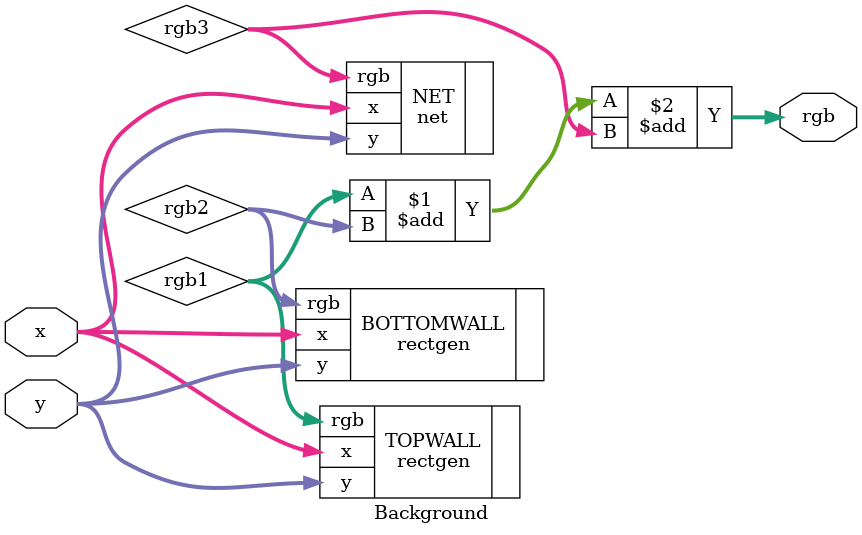
<source format=sv>
`timescale 1ns / 1ps

module Background(
input logic[10:0] x,
input logic [10:0] y,
output logic [11:0] rgb
    );
   //set parameters for the wall and net locations
   parameter TOP_WALL_Y = 128;
   parameter BOTTOM_WALL_Y = 512;
   parameter WALL_WIDTH = 799;
   parameter WALL_HEIGHT = 8;
   parameter WALL_X =0;
   parameter NET_X = 396;
   parameter NET_Y = 136;
   parameter NET_WIDTH = 8;
   parameter NET_HEIGHT = 376;
   
   
   logic [11:0] rgb1; logic [11:0] rgb2; logic[11:0] rgb3;
   
   //Create instnaces of the wall
   rectgen#(.XLOC(WALL_X), .YLOC(TOP_WALL_Y), .WIDTH(WALL_WIDTH), .HEIGHT(WALL_HEIGHT)) 
            TOPWALL(.x(x), .y(y), .rgb(rgb1));

   rectgen#(.XLOC(WALL_X), .YLOC(BOTTOM_WALL_Y), .WIDTH(WALL_WIDTH), .HEIGHT(WALL_HEIGHT)) 
            BOTTOMWALL(.x(x), .y(y), .rgb(rgb2));            
   
   
   //create the net

   net#(.XLOC(NET_X), .YLOC(NET_Y), .WIDTH(NET_WIDTH), .HEIGHT(NET_HEIGHT))
            NET(.x(x), .y(y), .rgb(rgb3));
   
    assign rgb = rgb1+rgb2+rgb3;
    

    
endmodule
</source>
